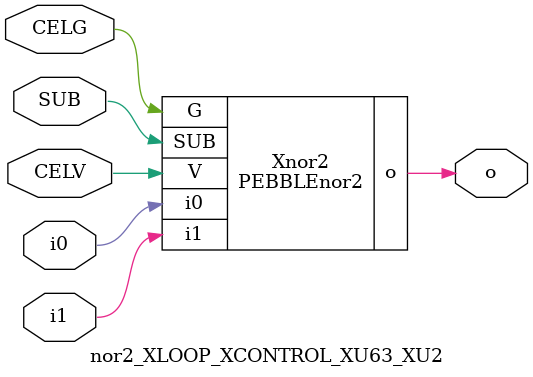
<source format=v>



module PEBBLEnor2 ( o, G, SUB, V, i0, i1 );

  input i0;
  input V;
  input i1;
  input G;
  output o;
  input SUB;
endmodule

//Celera Confidential Do Not Copy nor2_XLOOP_XCONTROL_XU63_XU2
//Celera Confidential Symbol Generator
//nor2
module nor2_XLOOP_XCONTROL_XU63_XU2 (CELV,CELG,i0,i1,o,SUB);
input CELV;
input CELG;
input i0;
input i1;
input SUB;
output o;

//Celera Confidential Do Not Copy nor2
PEBBLEnor2 Xnor2(
.V (CELV),
.i0 (i0),
.i1 (i1),
.o (o),
.SUB (SUB),
.G (CELG)
);
//,diesize,PEBBLEnor2

//Celera Confidential Do Not Copy Module End
//Celera Schematic Generator
endmodule

</source>
